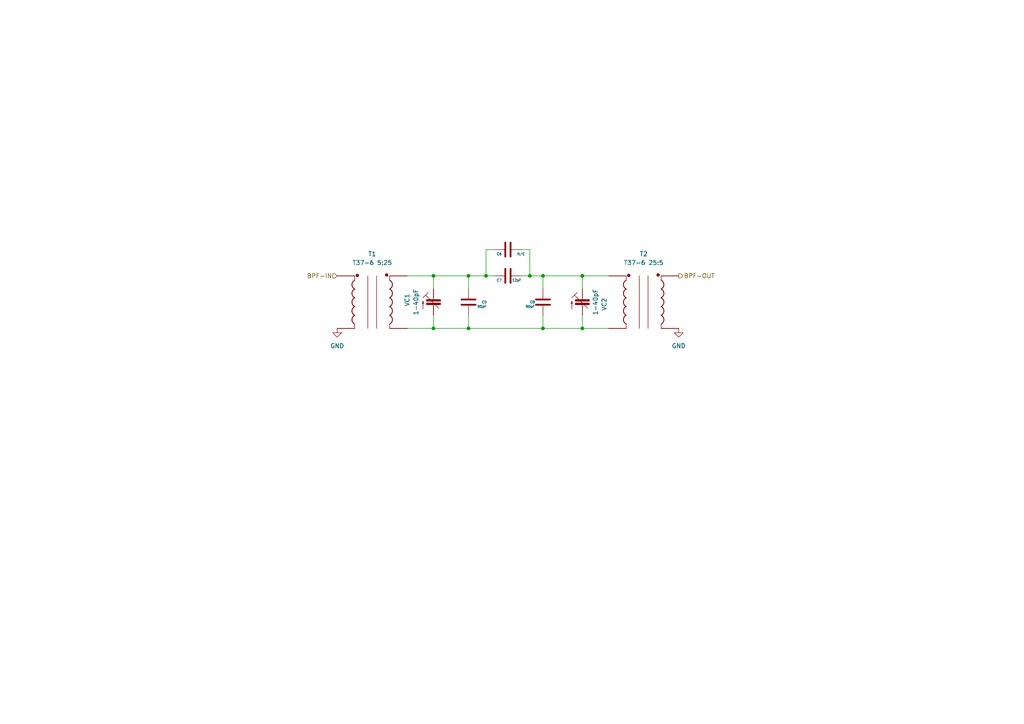
<source format=kicad_sch>
(kicad_sch (version 20211123) (generator eeschema)
  (paper "A4")
  (lib_symbols
    (symbol "Xenir:Capacitor" (pin_names (offset 1.016))
      (property "Reference" "C" (at 0 3.175 0))
      (property "Value" "Capacitor" (at 0 -3.175 0))
      (symbol "Capacitor_1_1"
        (polyline (pts (xy -0.762 -2.032) (xy -0.762 2.032)) (stroke (width 0.508)))
        (polyline (pts (xy 0.762 -2.032) (xy 0.762 2.032)) (stroke (width 0.508)))
        (pin passive line (at -3.81 0 0) (length 2.794) (name "~") (number "1"))
        (pin passive line (at 3.81 0 180) (length 2.794) (name "~") (number "2"))
      )
    )
    (symbol "Xenir:T37_XFRM" (pin_names (offset 1.016))
      (property "Reference" "T" (at 0 -21.59 0))
      (property "Value" "T37_XFRM" (at 0 0 0))
      (symbol "T37_XFRM_1_1"
        (arc (start -5.08 -15.24) (mid -5.8649 -16.51) (end -5.08 -17.78) (stroke (width 0.254)))
        (arc (start -5.08 -12.7) (mid -5.8649 -13.97) (end -5.08 -15.24) (stroke (width 0.254)))
        (arc (start -5.08 -10.16) (mid -5.8649 -11.43) (end -5.08 -12.7) (stroke (width 0.254)))
        (arc (start -5.08 -7.62) (mid -5.8649 -8.89) (end -5.08 -10.16) (stroke (width 0.254)))
        (arc (start -5.08 -5.08) (mid -5.8649 -6.35) (end -5.08 -7.62) (stroke (width 0.254)))
        (circle (center -4.318 -3.683) (radius 0.2794) (stroke (width 0.4064)))
        (polyline (pts (xy -5.08 -17.78) (xy -5.08 -19.05)))
        (polyline (pts (xy -5.08 -5.08) (xy -5.08 -3.81)))
        (polyline (pts (xy -1.27 -19.05) (xy -1.27 -3.81)))
        (polyline (pts (xy 1.27 -3.81) (xy 1.27 -19.05)))
        (polyline (pts (xy 5.08 -17.78) (xy 5.08 -19.05)))
        (polyline (pts (xy 5.08 -5.08) (xy 5.08 -3.81)))
        (circle (center 4.191 -3.556) (radius 0.2794) (stroke (width 0.4064)))
        (arc (start 5.08 -17.78) (mid 5.8649 -16.51) (end 5.08 -15.24) (stroke (width 0.254)))
        (arc (start 5.08 -15.24) (mid 5.8649 -13.97) (end 5.08 -12.7) (stroke (width 0.254)))
        (arc (start 5.08 -12.7) (mid 5.8649 -11.43) (end 5.08 -10.16) (stroke (width 0.254)))
        (arc (start 5.08 -10.16) (mid 5.8649 -8.89) (end 5.08 -7.62) (stroke (width 0.254)))
        (arc (start 5.08 -7.62) (mid 5.8649 -6.35) (end 5.08 -5.08) (stroke (width 0.254)))
        (pin bidirectional line (at -10.16 -19.05 0) (length 5.08) (name "C1A") (number "C1A"))
        (pin bidirectional line (at -10.16 -3.81 0) (length 5.08) (name "C1B") (number "C1B"))
        (pin bidirectional line (at 10.16 -19.05 180) (length 5.08) (name "C2A") (number "C2A"))
        (pin bidirectional line (at 10.16 -3.81 180) (length 5.08) (name "C2B") (number "C2B"))
      )
    )
    (symbol "Xenir:Trimcap" (pin_names (offset 1.016))
      (property "Reference" "VC" (at 3.81 -10.16 0))
      (property "Value" "Trimcap" (at 0 0 0))
      (symbol "Trimcap_1_1"
        (rectangle (start -2.032 -10.922) (end 2.032 -10.414) (fill (type outline)))
        (rectangle (start -2.032 -9.906) (end 2.032 -9.398) (fill (type outline)))
        (polyline (pts (xy -3.048 -12.192) (xy -3.048 -9.906)))
        (polyline (pts (xy -3.048 -9.906) (xy -3.302 -10.668)))
        (polyline (pts (xy -3.048 -9.906) (xy -2.794 -10.668)))
        (polyline (pts (xy -3.048 -8.89) (xy -2.286 -8.128)))
        (polyline (pts (xy -2.286 -8.128) (xy -1.524 -7.366)))
        (polyline (pts (xy 0 -11.43) (xy 0 -10.922)))
        (polyline (pts (xy 0 -8.89) (xy 0 -9.398)))
        (polyline (pts (xy 1.524 -11.938) (xy -2.286 -8.128)))
        (pin passive line (at 0 -6.35 270) (length 2.54) (name "E") (number "1"))
        (pin passive line (at 0 -13.97 90) (length 2.54) (name "A") (number "2"))
      )
    )
    (symbol "power:GND" (power) (pin_names (offset 0))
      (property "Value" "GND" (at 0 -3.81 0))
      (symbol "GND_0_1"
        (polyline (pts (xy 0 0) (xy 0 -1.27) (xy 1.27 -1.27) (xy 0 -2.54) (xy -1.27 -1.27) (xy 0 -1.27)))
      )
      (symbol "GND_1_1"
        (pin power_in line (at 0 0 270) (length 0) hide (name "GND") (number "1"))
      )
    )
  )
  (junction (at 168.91 95.25))
  (junction (at 135.89 80.01))
  (junction (at 157.48 80.01))
  (junction (at 168.91 80.01))
  (junction (at 157.48 95.25))
  (junction (at 153.67 80.01))
  (junction (at 140.97 80.01))
  (junction (at 125.73 80.01))
  (junction (at 125.73 95.25))
  (junction (at 135.89 95.25))
  (wire (pts (xy 118.11 80.01) (xy 125.73 80.01)))
  (wire (pts (xy 125.73 91.44) (xy 125.73 95.25)))
  (wire (pts (xy 157.48 80.01) (xy 157.48 83.82)))
  (wire (pts (xy 153.67 72.39) (xy 153.67 80.01)))
  (wire (pts (xy 135.89 91.44) (xy 135.89 95.25)))
  (wire (pts (xy 125.73 95.25) (xy 135.89 95.25)))
  (wire (pts (xy 118.11 95.25) (xy 125.73 95.25)))
  (wire (pts (xy 125.73 80.01) (xy 125.73 83.82)))
  (wire (pts (xy 135.89 80.01) (xy 140.97 80.01)))
  (wire (pts (xy 135.89 80.01) (xy 135.89 83.82)))
  (wire (pts (xy 157.48 80.01) (xy 168.91 80.01)))
  (wire (pts (xy 143.51 72.39) (xy 140.97 72.39)))
  (wire (pts (xy 168.91 95.25) (xy 176.53 95.25)))
  (wire (pts (xy 168.91 80.01) (xy 176.53 80.01)))
  (wire (pts (xy 153.67 80.01) (xy 157.48 80.01)))
  (wire (pts (xy 125.73 80.01) (xy 135.89 80.01)))
  (wire (pts (xy 168.91 91.44) (xy 168.91 95.25)))
  (wire (pts (xy 151.13 80.01) (xy 153.67 80.01)))
  (wire (pts (xy 157.48 91.44) (xy 157.48 95.25)))
  (wire (pts (xy 157.48 95.25) (xy 168.91 95.25)))
  (wire (pts (xy 140.97 80.01) (xy 143.51 80.01)))
  (wire (pts (xy 140.97 72.39) (xy 140.97 80.01)))
  (wire (pts (xy 151.13 72.39) (xy 153.67 72.39)))
  (wire (pts (xy 135.89 95.25) (xy 157.48 95.25)))
  (wire (pts (xy 168.91 80.01) (xy 168.91 83.82)))
  (hierarchical_label "BPF-OUT" (shape output) (at 196.85 80.01 0))
  (hierarchical_label "BPF-IN" (shape input) (at 97.79 80.01 180))
  (symbol (lib_id "Xenir:T37_XFRM") (at 186.69 76.2 0) (unit 1)
    (property "Reference" "T2" (at 186.69 73.66 0))
    (property "Value" "T37-6 25:5" (at 186.69 76.2 0))
    (property "Footprint" "Xenir:T37 Transformer" (effects hide))
  )
  (symbol (lib_id "Xenir:Capacitor") (at 147.32 80.01 180) (unit 1)
    (property "Reference" "C7" (at 144.78 81.28 0) (effects (font (size 0.7112 0.7112))))
    (property "Value" "12pF" (at 149.86 81.28 0) (effects (font (size 0.7112 0.7112))))
    (property "Footprint" "Capacitor_SMD:C_1206_3216Metric" (effects hide))
  )
  (symbol (lib_id "Xenir:Trimcap") (at 168.91 77.47 0) (unit 1)
    (property "Reference" "VC2" (at 175.26 90.17 90) (effects (justify left)))
    (property "Value" "1-40pF" (at 172.72 91.44 90) (effects (justify left)))
    (property "Footprint" "Xenir:trimcap" (effects hide))
  )
  (symbol (lib_id "Xenir:Capacitor") (at 157.48 87.63 90) (unit 1)
    (property "Reference" "C8" (at 153.67 87.63 90) (effects (font (size 0.7112 0.7112)) (justify right)))
    (property "Value" "90pF" (at 152.4 88.9 90) (effects (font (size 0.7112 0.7112)) (justify right)))
    (property "Footprint" "Capacitor_SMD:C_1206_3216Metric" (effects hide))
  )
  (symbol (lib_id "power:GND") (at 196.85 95.25 0) (unit 1)
    (property "Reference" "#PWR0103" (effects hide))
    (property "Value" "GND" (at 196.85 100.33 0))
  )
  (symbol (lib_id "Xenir:Trimcap") (at 125.73 77.47 0) (unit 1)
    (property "Reference" "VC1" (at 118.11 88.9 90) (effects (justify left)))
    (property "Value" "1-40pF" (at 120.65 91.44 90) (effects (justify left)))
    (property "Footprint" "Xenir:trimcap" (effects hide))
  )
  (symbol (lib_id "Xenir:Capacitor") (at 147.32 72.39 180) (unit 1)
    (property "Reference" "C6" (at 144.78 73.66 0) (effects (font (size 0.7112 0.7112))))
    (property "Value" "N/C" (at 151.13 73.66 0) (effects (font (size 0.7112 0.7112))))
    (property "Footprint" "Capacitor_SMD:C_1206_3216Metric" (effects hide))
  )
  (symbol (lib_id "Xenir:T37_XFRM") (at 107.95 76.2 0) (unit 1)
    (property "Reference" "T1" (at 107.95 73.66 0))
    (property "Value" "T37-6 5:25" (at 107.95 76.2 0))
    (property "Footprint" "Xenir:T37 Transformer" (effects hide))
  )
  (symbol (lib_id "power:GND") (at 97.79 95.25 0) (unit 1)
    (property "Reference" "#PWR0102" (effects hide))
    (property "Value" "GND" (at 97.79 100.33 0))
  )
  (symbol (lib_id "Xenir:Capacitor") (at 135.89 87.63 90) (unit 1)
    (property "Reference" "C5" (at 139.7 87.63 90) (effects (font (size 0.7112 0.7112)) (justify right)))
    (property "Value" "90pF" (at 138.43 88.9 90) (effects (font (size 0.7112 0.7112)) (justify right)))
    (property "Footprint" "Capacitor_SMD:C_1206_3216Metric" (effects hide))
  )
)
</source>
